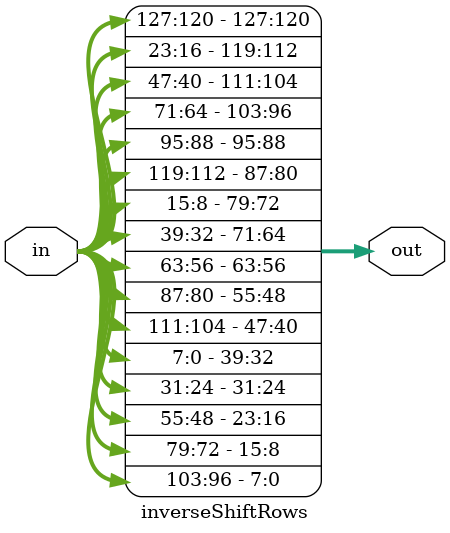
<source format=v>
module inverseShiftRows(out,in);
output wire [127:0] out;
input wire [127:0] in;

//Row 1
assign out[127:120] = in[127:120];
assign out[95:88] = in[95:88];
assign out[63:56] = in[63:56];
assign out[31:24] = in[31:24];

//Row 2
assign out[119:112] = in[23:16];
assign out[87:80] = in[119:112];
assign out[55:48] = in[87:80];
assign out[23:16] = in[55:48];

//Row 3
assign out[111:104] = in[47:40];
assign out[79:72] = in[15:8];
assign out[47:40] = in[111:104];
assign out[15:8] = in[79:72];

//Row 4
assign out[103:96] = in[71:64];
assign out[71:64] = in[39:32];
assign out[39:32] = in[7:0];
assign out[7:0] = in[103:96];

endmodule

</source>
